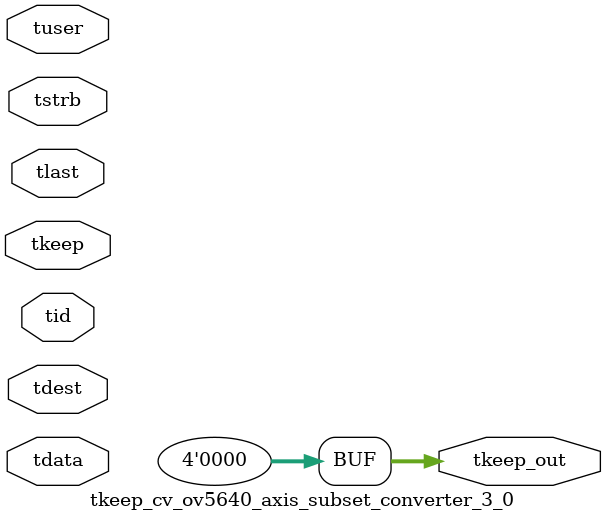
<source format=v>


`timescale 1ps/1ps

module tkeep_cv_ov5640_axis_subset_converter_3_0 #
(
parameter C_S_AXIS_TDATA_WIDTH = 32,
parameter C_S_AXIS_TUSER_WIDTH = 0,
parameter C_S_AXIS_TID_WIDTH   = 0,
parameter C_S_AXIS_TDEST_WIDTH = 0,
parameter C_M_AXIS_TDATA_WIDTH = 32
)
(
input  [(C_S_AXIS_TDATA_WIDTH == 0 ? 1 : C_S_AXIS_TDATA_WIDTH)-1:0     ] tdata,
input  [(C_S_AXIS_TUSER_WIDTH == 0 ? 1 : C_S_AXIS_TUSER_WIDTH)-1:0     ] tuser,
input  [(C_S_AXIS_TID_WIDTH   == 0 ? 1 : C_S_AXIS_TID_WIDTH)-1:0       ] tid,
input  [(C_S_AXIS_TDEST_WIDTH == 0 ? 1 : C_S_AXIS_TDEST_WIDTH)-1:0     ] tdest,
input  [(C_S_AXIS_TDATA_WIDTH/8)-1:0 ] tkeep,
input  [(C_S_AXIS_TDATA_WIDTH/8)-1:0 ] tstrb,
input                                                                    tlast,
output [(C_M_AXIS_TDATA_WIDTH/8)-1:0 ] tkeep_out
);

assign tkeep_out = {1'b0};

endmodule


</source>
